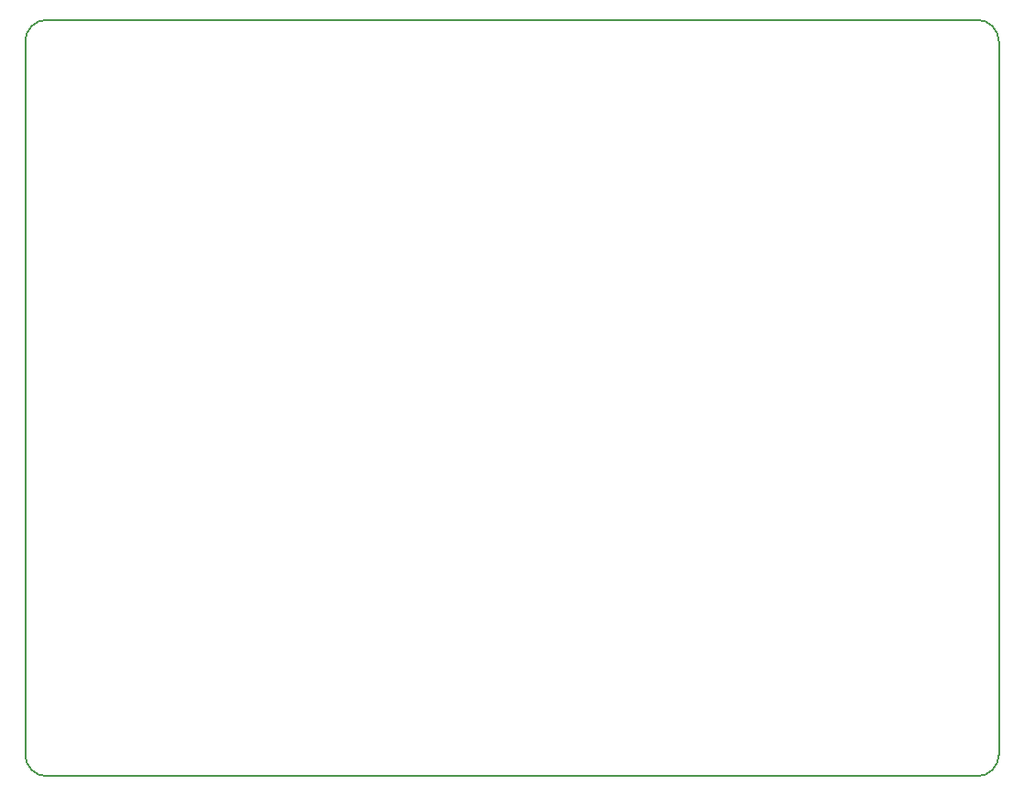
<source format=gbr>
G04 #@! TF.GenerationSoftware,KiCad,Pcbnew,(5.1.4)-1*
G04 #@! TF.CreationDate,2019-12-15T21:47:06+01:00*
G04 #@! TF.ProjectId,mainboard,6d61696e-626f-4617-9264-2e6b69636164,1.0*
G04 #@! TF.SameCoordinates,Original*
G04 #@! TF.FileFunction,Profile,NP*
%FSLAX46Y46*%
G04 Gerber Fmt 4.6, Leading zero omitted, Abs format (unit mm)*
G04 Created by KiCad (PCBNEW (5.1.4)-1) date 2019-12-15 21:47:06*
%MOMM*%
%LPD*%
G04 APERTURE LIST*
%ADD10C,0.150000*%
G04 APERTURE END LIST*
D10*
X109627000Y-130351000D02*
X109627000Y-64351000D01*
X197627000Y-132351000D02*
X111627000Y-132351000D01*
X199627000Y-64351000D02*
X199627000Y-130351000D01*
X111627000Y-62351000D02*
X197627000Y-62351000D01*
X111627000Y-132351000D02*
G75*
G02X109627000Y-130351000I0J2000000D01*
G01*
X199627000Y-130351000D02*
G75*
G02X197627000Y-132351000I-2000000J0D01*
G01*
X197627000Y-62351000D02*
G75*
G02X199627000Y-64351000I0J-2000000D01*
G01*
X109627000Y-64351000D02*
G75*
G02X111627000Y-62351000I2000000J0D01*
G01*
M02*

</source>
